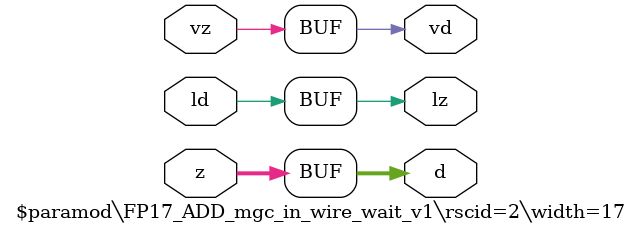
<source format=v>
module \$paramod\FP17_ADD_mgc_in_wire_wait_v1\rscid=2\width=17 (ld, vd, d, lz, vz, z);
  (* src = "./vmod/vlibs/HLS_fp17_add.v:14" *)
  output [16:0] d;
  (* src = "./vmod/vlibs/HLS_fp17_add.v:12" *)
  input ld;
  (* src = "./vmod/vlibs/HLS_fp17_add.v:15" *)
  output lz;
  (* src = "./vmod/vlibs/HLS_fp17_add.v:13" *)
  output vd;
  (* src = "./vmod/vlibs/HLS_fp17_add.v:16" *)
  input vz;
  (* src = "./vmod/vlibs/HLS_fp17_add.v:17" *)
  input [16:0] z;
  assign d = z;
  assign lz = ld;
  assign vd = vz;
endmodule

</source>
